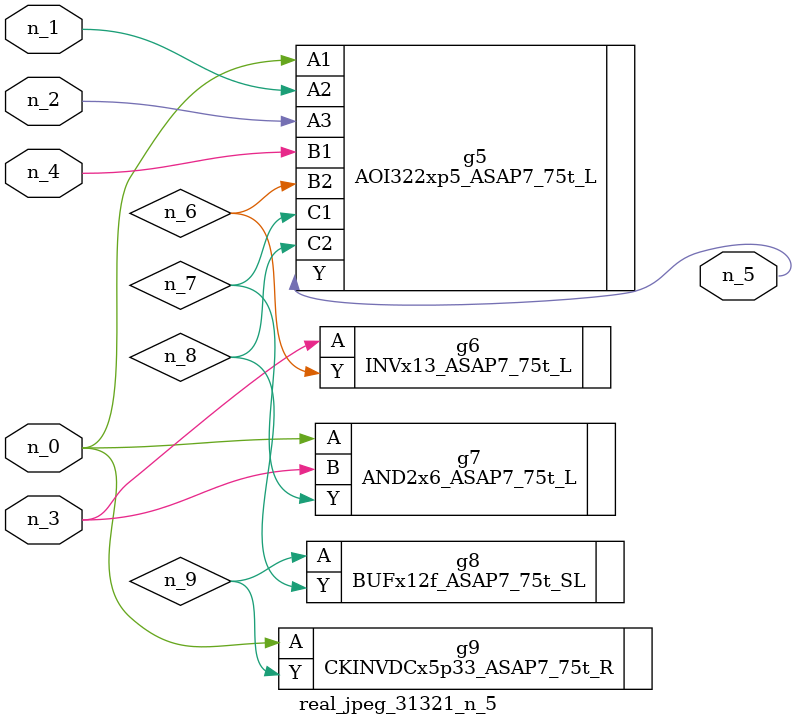
<source format=v>
module real_jpeg_31321_n_5 (n_4, n_0, n_1, n_2, n_3, n_5);

input n_4;
input n_0;
input n_1;
input n_2;
input n_3;

output n_5;

wire n_8;
wire n_6;
wire n_7;
wire n_9;

AOI322xp5_ASAP7_75t_L g5 ( 
.A1(n_0),
.A2(n_1),
.A3(n_2),
.B1(n_4),
.B2(n_6),
.C1(n_7),
.C2(n_8),
.Y(n_5)
);

AND2x6_ASAP7_75t_L g7 ( 
.A(n_0),
.B(n_3),
.Y(n_7)
);

CKINVDCx5p33_ASAP7_75t_R g9 ( 
.A(n_0),
.Y(n_9)
);

INVx13_ASAP7_75t_L g6 ( 
.A(n_3),
.Y(n_6)
);

BUFx12f_ASAP7_75t_SL g8 ( 
.A(n_9),
.Y(n_8)
);


endmodule
</source>
